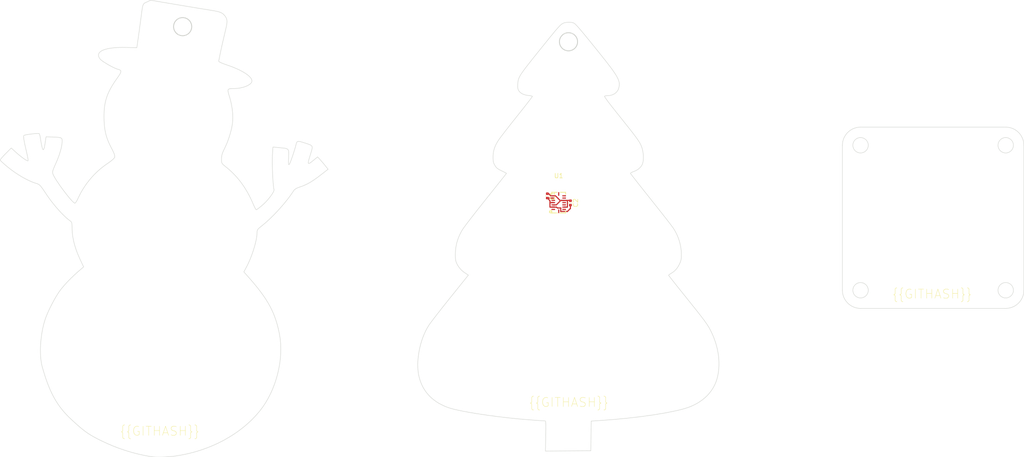
<source format=kicad_pcb>
(kicad_pcb (version 20221018) (generator pcbnew)
  (layers (0 "F.Cu" signal) (31 "B.Cu" signal) (34 "B.Paste" user) (35 "F.Paste" user) (36 "B.SilkS" user "B.Silkscreen") (37 "F.SilkS" user "F.Silkscreen") (38 "B.Mask" user) (39 "F.Mask" user) (44 "Edge.Cuts" user))
  (net 0 "")
  (net 1 "int1")
  (net 2 "sdo2")
  (net 3 "sdo1")
  (net 4 "int4")
  (net 5 "int3")
  (net 6 "vcc")
  (net 7 "sda")
  (net 8 "scl")
  (net 9 "gnd")
  (net 10 "csb2")
  (net 11 "int2")
  (footprint "lib:C0402" (layer "F.Cu") (at 161.652177 94.515624 -90)
    (fp_text reference "C2" (at 0 -1.16 90) (layer "F.SilkS"))
    (fp_text value "16V 100nF X7R ±10% 0402  Multilayer Ceramic Capacitors MLCC - SMD/SMT ROHS")
    (fp_line (start -0.107836 -0.36) (end 0.107836 -0.36) (stroke (width 0.12)) (layer "F.SilkS"))
    (fp_line (start -0.107836 0.36) (end 0.107836 0.36) (stroke (width 0.12)) (layer "F.SilkS"))
    (pad "1" smd roundrect (at -0.48 0 270) (size 0.56 0.62) (layers "F.Cu" "F.Paste" "F.Mask") (net 6 "vcc"))
    (pad "2" smd roundrect (at 0.48 0 270) (size 0.56 0.62) (layers "F.Cu" "F.Paste" "F.Mask") (net 9 "gnd"))
  )
  (footprint "lib:C0402" (layer "F.Cu") (at 156.563308 92.960233 -90)
    (fp_text reference "C1" (at 0 -1.16 90) (layer "F.SilkS"))
    (fp_text value "16V 100nF X7R ±10% 0402  Multilayer Ceramic Capacitors MLCC - SMD/SMT ROHS")
    (fp_line (start -0.107836 -0.36) (end 0.107836 -0.36) (stroke (width 0.12)) (layer "F.SilkS"))
    (fp_line (start -0.107836 0.36) (end 0.107836 0.36) (stroke (width 0.12)) (layer "F.SilkS"))
    (pad "1" smd roundrect (at -0.48 0 270) (size 0.56 0.62) (layers "F.Cu" "F.Paste" "F.Mask") (net 6 "vcc"))
    (pad "2" smd roundrect (at 0.48 0 270) (size 0.56 0.62) (layers "F.Cu" "F.Paste" "F.Mask") (net 9 "gnd"))
  )
  (footprint "lib:LGA-16_L4.5-W3.0-P0.50-BL" (layer "F.Cu") (at 159.07 94.445)
    (fp_text reference "U1" (at 0 -5.91) (layer "F.SilkS"))
    (fp_text value "")
    (fp_line (start -1.53 -2.28) (end -0.38 -2.28) (stroke (width 0.2)) (layer "F.SilkS"))
    (fp_line (start -1.53 -2.16) (end -1.53 -2.28) (stroke (width 0.2)) (layer "F.SilkS"))
    (fp_line (start -1.53 -1.83) (end -1.53 -2.16) (stroke (width 0.2)) (layer "F.SilkS"))
    (fp_line (start -1.53 2.29) (end -1.53 1.83) (stroke (width 0.2)) (layer "F.SilkS"))
    (fp_line (start -0.33 2.29) (end -1.53 2.29) (stroke (width 0.2)) (layer "F.SilkS"))
    (fp_line (start 0.38 -2.28) (end 1.52 -2.28) (stroke (width 0.2)) (layer "F.SilkS"))
    (fp_line (start 1.52 -2.28) (end 1.52 -1.83) (stroke (width 0.2)) (layer "F.SilkS"))
    (fp_line (start 1.52 1.83) (end 1.52 2.29) (stroke (width 0.2)) (layer "F.SilkS"))
    (fp_line (start 1.52 2.29) (end 0.33 2.29) (stroke (width 0.2)) (layer "F.SilkS"))
    (fp_circle (center -1.78 2.03) (end -1.67 2.03) (stroke (width 0.25)) (fill none) (layer "F.SilkS"))
    (pad "1" smd rect (at -1.2 1.5 90) (size 0.25 0.8) (layers "F.Cu" "F.Paste" "F.Mask") (net 11 "int2"))
    (pad "2" smd rect (at -1.2 1 90) (size 0.25 0.8) (layers "F.Cu" "F.Paste" "F.Mask") (net 9 "gnd"))
    (pad "3" smd rect (at -1.2 0.5 90) (size 0.25 0.8) (layers "F.Cu" "F.Paste" "F.Mask") (net 6 "vcc"))
    (pad "4" smd rect (at -1.2 0 90) (size 0.25 0.8) (layers "F.Cu" "F.Paste" "F.Mask") (net 9 "gnd"))
    (pad "5" smd rect (at -1.2 -0.5 90) (size 0.25 0.8) (layers "F.Cu" "F.Paste" "F.Mask") (net 10 "csb2"))
    (pad "6" smd rect (at -1.2 -1 90) (size 0.25 0.8) (layers "F.Cu" "F.Paste" "F.Mask") (net 9 "gnd"))
    (pad "7" smd rect (at -1.2 -1.5 90) (size 0.25 0.8) (layers "F.Cu" "F.Paste" "F.Mask") (net 6 "vcc"))
    (pad "8" smd rect (at 0 -1.91 180) (size 0.25 0.8) (layers "F.Cu" "F.Paste" "F.Mask") (net 8 "scl"))
    (pad "9" smd rect (at 1.2 -1.5 270) (size 0.25 0.8) (layers "F.Cu" "F.Paste" "F.Mask") (net 7 "sda"))
    (pad "10" smd rect (at 1.2 -1 270) (size 0.25 0.8) (layers "F.Cu" "F.Paste" "F.Mask") (net 2 "sdo2"))
    (pad "11" smd rect (at 1.2 -0.5 270) (size 0.25 0.8) (layers "F.Cu" "F.Paste" "F.Mask") (net 6 "vcc"))
    (pad "12" smd rect (at 1.2 0 270) (size 0.25 0.8) (layers "F.Cu" "F.Paste" "F.Mask") (net 5 "int3"))
    (pad "13" smd rect (at 1.2 0.5 270) (size 0.25 0.8) (layers "F.Cu" "F.Paste" "F.Mask") (net 4 "int4"))
    (pad "14" smd rect (at 1.2 1 270) (size 0.25 0.8) (layers "F.Cu" "F.Paste" "F.Mask") (net 6 "vcc"))
    (pad "15" smd rect (at 1.2 1.5 270) (size 0.25 0.8) (layers "F.Cu" "F.Paste" "F.Mask") (net 3 "sdo1"))
    (pad "16" smd rect (at 0 1.91) (size 0.25 0.8) (layers "F.Cu" "F.Paste" "F.Mask") (net 1 "int1"))
  )
  (gr_circle (center 225.62 81.79) (end 227.32 81.79) (stroke (width 0.1)) (fill none) (layer "Edge.Cuts"))
  (gr_circle (center 257.62 113.79) (end 259.32 113.79) (stroke (width 0.1)) (fill none) (layer "Edge.Cuts"))
  (gr_circle (center 257.62 81.79) (end 259.32 81.79) (stroke (width 0.1)) (fill none) (layer "Edge.Cuts"))
  (gr_poly (pts (xy 75.142222 50.797022) (xy 79.756606 51.568267) (xy 82.366969 51.99203) (xy 83.019066 52.095762) (xy 83.303876 52.146979) (xy 83.563537 52.198618) (xy 83.799806 52.251323) (xy 84.01444 52.305736) (xy 84.209196 52.362498) (xy 84.385831 52.422252) (xy 84.546102 52.485641) (xy 84.691766 52.553306) (xy 84.824581 52.62589) (xy 84.946303 52.704035) (xy 85.05869 52.788383) (xy 85.163499 52.879577) (xy 85.262486 52.978258) (xy 85.357409 53.08507) (xy 85.479286 53.234958) (xy 85.586233 53.378736) (xy 85.634185 53.44915) (xy 85.678498 53.519015) (xy 85.719202 53.588656) (xy 85.75633 53.658402) (xy 85.789911 53.728576) (xy 85.819976 53.799506) (xy 85.846558 53.871517) (xy 85.869686 53.944936) (xy 85.889392 54.020089) (xy 85.905707 54.097301) (xy 85.918662 54.176899) (xy 85.928287 54.259209) (xy 85.934615 54.344557) (xy 85.937675 54.433269) (xy 85.937499 54.525672) (xy 85.934119 54.62209) (xy 85.927564 54.722851) (xy 85.917866 54.82828) (xy 85.889166 55.054449) (xy 85.848266 55.303204) (xy 85.795414 55.577155) (xy 85.730859 55.878909) (xy 85.654849 56.211077) (xy 84.878546 59.55341) (xy 84.657875 60.550977) (xy 84.450892 61.532488) (xy 84.331406 62.116419) (xy 84.229648 62.629765) (xy 84.15639 63.017063) (xy 84.122409 63.222849) (xy 84.123062 63.236814) (xy 84.127967 63.251873) (xy 84.137065 63.268001) (xy 84.150302 63.285171) (xy 84.167619 63.303357) (xy 84.188962 63.322534) (xy 84.214273 63.342674) (xy 84.243497 63.363751) (xy 84.313454 63.408613) (xy 84.398381 63.456909) (xy 84.497828 63.50843) (xy 84.611342 63.562966) (xy 84.738473 63.620306) (xy 84.878767 63.680241) (xy 85.031775 63.742561) (xy 85.197043 63.807056) (xy 85.374121 63.873515) (xy 85.562558 63.94173) (xy 85.7619 64.011489) (xy 85.971698 64.082583) (xy 86.585981 64.296029) (xy 87.172975 64.516947) (xy 87.730729 64.744054) (xy 88.257293 64.976069) (xy 88.75072 65.211708) (xy 89.209058 65.449689) (xy 89.63036 65.68873) (xy 90.012676 65.927548) (xy 90.354056 66.16486) (xy 90.652552 66.399385) (xy 90.906214 66.629839) (xy 91.113092 66.85494) (xy 91.271238 67.073405) (xy 91.378702 67.283953) (xy 91.412819 67.385857) (xy 91.433535 67.485301) (xy 91.440605 67.582123) (xy 91.433787 67.676165) (xy 91.41712 67.753004) (xy 91.390362 67.829368) (xy 91.35383 67.905131) (xy 91.307839 67.980165) (xy 91.252707 68.054343) (xy 91.188749 68.12754) (xy 91.116281 68.199626) (xy 91.03562 68.270477) (xy 90.947082 68.339964) (xy 90.850984 68.407961) (xy 90.747641 68.47434) (xy 90.637371 68.538975) (xy 90.520488 68.601739) (xy 90.39731 68.662505) (xy 90.268153 68.721145) (xy 90.133332 68.777534) (xy 89.993165 68.831543) (xy 89.847967 68.883047) (xy 89.543745 68.978027) (xy 89.223197 69.06146) (xy 88.888852 69.132329) (xy 88.54324 69.189618) (xy 88.188892 69.232313) (xy 88.009232 69.24787) (xy 87.828337 69.259397) (xy 87.646523 69.266767) (xy 87.464106 69.269854) (xy 87.202959 69.272042) (xy 86.97453 69.277492) (xy 86.777472 69.288473) (xy 86.690288 69.296746) (xy 86.610443 69.307253) (xy 86.537768 69.320276) (xy 86.472096 69.3361) (xy 86.413258 69.355009) (xy 86.361087 69.377285) (xy 86.315414 69.403211) (xy 86.276071 69.433073) (xy 86.24289 69.467154) (xy 86.215703 69.505736) (xy 86.194342 69.549103) (xy 86.178638 69.59754) (xy 86.168424 69.65133) (xy 86.163532 69.710755) (xy 86.163793 69.776101) (xy 86.169039 69.847649) (xy 86.179102 69.925685) (xy 86.193814 70.010491) (xy 86.236514 70.20155) (xy 86.295792 70.423093) (xy 86.370304 70.677389) (xy 86.458705 70.966708) (xy 86.582128 71.384478) (xy 86.694998 71.803093) (xy 86.797211 72.221567) (xy 86.888665 72.638919) (xy 86.969257 73.054166) (xy 87.038885 73.466323) (xy 87.097447 73.874409) (xy 87.144838 74.277439) (xy 87.180958 74.674432) (xy 87.205702 75.064404) (xy 87.21897 75.446371) (xy 87.220657 75.819352) (xy 87.210662 76.182361) (xy 87.188881 76.534418) (xy 87.155212 76.874538) (xy 87.109553 77.201739) (xy 86.986123 77.871628) (xy 86.830027 78.558912) (xy 86.643845 79.255662) (xy 86.430157 79.953949) (xy 86.19154 80.645848) (xy 85.930575 81.323429) (xy 85.649841 81.978766) (xy 85.351916 82.60393) (xy 85.189192 82.938586) (xy 85.118752 83.093315) (xy 85.055229 83.240939) (xy 84.998352 83.382431) (xy 84.947849 83.518761) (xy 84.903447 83.650903) (xy 84.864875 83.779828) (xy 84.831859 83.906506) (xy 84.804129 84.031911) (xy 84.781412 84.157013) (xy 84.763435 84.282785) (xy 84.749927 84.410197) (xy 84.740615 84.540223) (xy 84.735228 84.673833) (xy 84.733493 84.811999) (xy 84.736223 85.129082) (xy 84.741369 85.261496) (xy 84.750575 85.379459) (xy 84.764997 85.485194) (xy 84.774524 85.534172) (xy 84.785789 85.580928) (xy 84.798934 85.625739) (xy 84.814106 85.668884) (xy 84.831447 85.710641) (xy 84.851104 85.751288) (xy 84.873219 85.791103) (xy 84.897937 85.830364) (xy 84.925403 85.869349) (xy 84.955761 85.908337) (xy 84.989155 85.947605) (xy 85.02573 85.987432) (xy 85.109 86.069873) (xy 85.206725 86.157886) (xy 85.320061 86.253696) (xy 85.598185 86.477602) (xy 86.096863 86.886277) (xy 86.577755 87.306529) (xy 87.04138 87.739064) (xy 87.488258 88.184586) (xy 87.918909 88.6438) (xy 88.333852 89.117412) (xy 88.733607 89.606125) (xy 89.118694 90.110646) (xy 89.489632 90.631678) (xy 89.846941 91.169927) (xy 90.19114 91.726098) (xy 90.52275 92.300895) (xy 90.84229 92.895024) (xy 91.150279 93.509189) (xy 91.447237 94.144095) (xy 91.733683 94.800448) (xy 91.84059 95.047283) (xy 91.945802 95.277558) (xy 92.046625 95.486234) (xy 92.140364 95.668271) (xy 92.224324 95.818627) (xy 92.295813 95.932265) (xy 92.326039 95.973739) (xy 92.352136 96.004143) (xy 92.373767 96.022848) (xy 92.382804 96.027616) (xy 92.390597 96.029223) (xy 92.399173 96.028006) (xy 92.410522 96.024397) (xy 92.441219 96.010237) (xy 92.482045 95.987221) (xy 92.53236 95.955824) (xy 92.591521 95.916524) (xy 92.658887 95.869798) (xy 92.815666 95.755976) (xy 92.997564 95.618173) (xy 93.199447 95.460204) (xy 93.416182 95.285885) (xy 93.642634 95.099032) (xy 93.891007 94.882848) (xy 94.141366 94.648628) (xy 94.390948 94.400061) (xy 94.636991 94.140836) (xy 94.87673 93.874641) (xy 95.107403 93.605164) (xy 95.326247 93.336095) (xy 95.530498 93.071122) (xy 95.717394 92.813933) (xy 95.884171 92.568218) (xy 96.028066 92.337665) (xy 96.146316 92.125962) (xy 96.236159 91.936798) (xy 96.294829 91.773863) (xy 96.311612 91.703383) (xy 96.319566 91.640844) (xy 96.318345 91.586706) (xy 96.307605 91.54143) (xy 96.264441 91.378418) (xy 96.221593 91.121805) (xy 96.138989 90.373142) (xy 96.064068 89.386161) (xy 96.001109 88.251583) (xy 95.954389 87.060129) (xy 95.928186 85.902519) (xy 95.926777 84.869474) (xy 95.95444 84.051714) (xy 96.07471 82.177477) (xy 97.36716 82.304781) (xy 98.13507 82.379263) (xy 98.441266 82.413109) (xy 98.700599 82.449744) (xy 98.916803 82.492956) (xy 99.009898 82.518212) (xy 99.09361 82.546534) (xy 99.168406 82.578395) (xy 99.234753 82.614268) (xy 99.293117 82.654627) (xy 99.343964 82.699946) (xy 99.387763 82.750698) (xy 99.424978 82.807357) (xy 99.456076 82.870396) (xy 99.481525 82.94029) (xy 99.501791 83.017511) (xy 99.51734 83.102533) (xy 99.536155 83.297877) (xy 99.541702 83.530109) (xy 99.537716 83.803018) (xy 99.51607 84.486025) (xy 99.501811 85.019341) (xy 99.495778 85.429631) (xy 99.49953 85.727933) (xy 99.505563 85.838537) (xy 99.514626 85.925284) (xy 99.526915 85.989553) (xy 99.542625 86.032723) (xy 99.551823 86.046828) (xy 99.56195 86.056175) (xy 99.573029 86.060938) (xy 99.585085 86.061289) (xy 99.612224 86.049443) (xy 99.643564 86.022019) (xy 99.679299 85.980395) (xy 99.719623 85.925951) (xy 99.770963 85.835961) (xy 99.83738 85.6921) (xy 100.00736 85.267042) (xy 100.213404 84.699332) (xy 100.439353 84.037526) (xy 100.669049 83.330178) (xy 100.886332 82.625845) (xy 101.075044 81.973082) (xy 101.219027 81.420443) (xy 101.232451 81.367288) (xy 101.246658 81.317349) (xy 101.261814 81.270604) (xy 101.278084 81.227032) (xy 101.295634 81.186611) (xy 101.314631 81.149321) (xy 101.33524 81.115138) (xy 101.357628 81.084043) (xy 101.381959 81.056013) (xy 101.4084 81.031027) (xy 101.437117 81.009064) (xy 101.468275 80.990102) (xy 101.502041 80.974119) (xy 101.538581 80.961095) (xy 101.578059 80.951007) (xy 101.620643 80.943835) (xy 101.666497 80.939556) (xy 101.715788 80.938149) (xy 101.768682 80.939594) (xy 101.825345 80.943867) (xy 101.885942 80.950949) (xy 101.950639 80.960817) (xy 102.019603 80.97345) (xy 102.092998 80.988826) (xy 102.170992 81.006924) (xy 102.253749 81.027723) (xy 102.434219 81.077337) (xy 102.635734 81.137495) (xy 102.859622 81.208025) (xy 103.581471 81.438726) (xy 103.868146 81.535185) (xy 104.108644 81.625316) (xy 104.212356 81.669476) (xy 104.305459 81.713816) (xy 104.388264 81.758923) (xy 104.461082 81.805384) (xy 104.524226 81.853787) (xy 104.578006 81.904719) (xy 104.622735 81.958768) (xy 104.658725 82.01652) (xy 104.686285 82.078563) (xy 104.705729 82.145484) (xy 104.717368 82.217871) (xy 104.721513 82.296311) (xy 104.718476 82.381392) (xy 104.708568 82.4737) (xy 104.692102 82.573823) (xy 104.669388 82.682348) (xy 104.606464 82.926954) (xy 104.522289 83.212218) (xy 104.300158 83.92351) (xy 104.076968 84.658354) (xy 103.993442 84.95378) (xy 103.929762 85.203046) (xy 103.886777 85.407528) (xy 103.865337 85.568604) (xy 103.862962 85.633296) (xy 103.866292 85.687652) (xy 103.875434 85.731846) (xy 103.890492 85.766049) (xy 103.911574 85.790433) (xy 103.938786 85.805172) (xy 103.972234 85.810436) (xy 104.012025 85.806398) (xy 104.058263 85.79323) (xy 104.111056 85.771105) (xy 104.236732 85.700671) (xy 104.3899 85.596472) (xy 104.571411 85.459887) (xy 105.02286 85.095065) (xy 105.918216 84.355181) (xy 106.388476 84.86751) (xy 106.496975 84.987739) (xy 106.625318 85.133369) (xy 106.92254 85.478508) (xy 107.242155 85.858286) (xy 107.546176 86.22806) (xy 108.2336 87.076296) (xy 106.72333 88.254687) (xy 106.031007 88.783192) (xy 105.392025 89.245391) (xy 105.089314 89.453516) (xy 104.796071 89.647331) (xy 104.511007 89.827593) (xy 104.232833 89.995056) (xy 103.960259 90.150478) (xy 103.691998 90.294613) (xy 103.426759 90.428217) (xy 103.163254 90.552046) (xy 102.900193 90.666855) (xy 102.636288 90.773401) (xy 102.370249 90.872439) (xy 102.100787 90.964724) (xy 101.955978 91.013649) (xy 101.818902 91.062832) (xy 101.689432 91.112348) (xy 101.567439 91.162273) (xy 101.452795 91.212683) (xy 101.345371 91.263651) (xy 101.245039 91.315254) (xy 101.151671 91.367567) (xy 101.065138 91.420665) (xy 100.985313 91.474624) (xy 100.912065 91.529517) (xy 100.845269 91.585421) (xy 100.784794 91.642412) (xy 100.730512 91.700563) (xy 100.682296 91.759951) (xy 100.640017 91.82065) (xy 100.313962 92.312951) (xy 99.958065 92.82026) (xy 99.575318 93.339289) (xy 99.168711 93.866747) (xy 98.741234 94.399346) (xy 98.295878 94.933795) (xy 97.835635 95.466804) (xy 97.363494 95.995083) (xy 96.882446 96.515343) (xy 96.395482 97.024295) (xy 95.905593 97.518647) (xy 95.415769 97.995111) (xy 94.929002 98.450396) (xy 94.44828 98.881213) (xy 93.976596 99.284272) (xy 93.51694 99.656283) (xy 93.364132 99.777198) (xy 93.228349 99.887118) (xy 93.108601 99.987555) (xy 93.003899 100.080022) (xy 92.913256 100.166032) (xy 92.835682 100.247098) (xy 92.770188 100.324733) (xy 92.741662 100.362737) (xy 92.715786 100.40045) (xy 92.692435 100.438062) (xy 92.671487 100.475762) (xy 92.652817 100.513738) (xy 92.636302 100.552181) (xy 92.621819 100.591279) (xy 92.609244 100.631221) (xy 92.589322 100.714395) (xy 92.575548 100.803215) (xy 92.566934 100.899195) (xy 92.56249 101.003847) (xy 92.561229 101.118685) (xy 92.548214 101.459191) (xy 92.510172 101.840399) (xy 92.448603 102.257479) (xy 92.365007 102.705605) (xy 92.260885 103.179948) (xy 92.137739 103.675679) (xy 91.997068 104.187971) (xy 91.840373 104.711996) (xy 91.669155 105.242926) (xy 91.484915 105.775933) (xy 91.289154 106.306188) (xy 91.083372 106.828864) (xy 90.86907 107.339132) (xy 90.647749 107.832164) (xy 90.420909 108.303133) (xy 90.190051 108.74721) (xy 89.658061 109.729433) (xy 90.799319 111.025652) (xy 91.552256 111.894452) (xy 92.247519 112.726345) (xy 92.887901 113.52649) (xy 93.476195 114.300047) (xy 94.015193 115.052178) (xy 94.507688 115.788042) (xy 94.956473 116.5128) (xy 95.364341 117.231612) (xy 95.734083 117.949638) (xy 96.068493 118.672038) (xy 96.370364 119.403974) (xy 96.642488 120.150605) (xy 96.887657 120.917091) (xy 97.108665 121.708593) (xy 97.308304 122.530271) (xy 97.489367 123.387286) (xy 97.659586 124.435519) (xy 97.764545 125.512723) (xy 97.805707 126.613102) (xy 97.784533 127.73086) (xy 97.702485 128.860202) (xy 97.561026 129.995332) (xy 97.361618 131.130454) (xy 97.105722 132.259774) (xy 96.794801 133.377494) (xy 96.430316 134.47782) (xy 96.01373 135.554956) (xy 95.546505 136.603107) (xy 95.030102 137.616476) (xy 94.465984 138.589268) (xy 93.855613 139.515689) (xy 93.20045 140.389941) (xy 92.386005 141.350273) (xy 91.510226 142.273552) (xy 90.576227 143.158109) (xy 89.587122 144.002278) (xy 88.546024 144.80439) (xy 87.456048 145.562779) (xy 86.320308 146.275777) (xy 85.141916 146.941716) (xy 83.923988 147.558929) (xy 82.669636 148.125749) (xy 81.381976 148.640508) (xy 80.06412 149.101539) (xy 78.719182 149.507174) (xy 77.350277 149.855747) (xy 75.960518 150.145589) (xy 74.553019 150.375033) (xy 73.862872 150.459306) (xy 73.131633 150.525975) (xy 72.383923 150.574372) (xy 71.644361 150.603827) (xy 70.93757 150.613671) (xy 70.288169 150.603235) (xy 69.720779 150.57185) (xy 69.475532 150.548093) (xy 69.26002 150.518847) (xy 69.260051 150.518832) (xy 67.831835 150.262486) (xy 66.416949 149.953785) (xy 65.016193 149.592984) (xy 63.630368 149.180338) (xy 62.260274 148.716103) (xy 60.90671 148.200532) (xy 59.570477 147.633881) (xy 58.252375 147.016405) (xy 57.283074 146.528505) (xy 56.847829 146.298277) (xy 56.438641 146.072324) (xy 56.050351 145.846994) (xy 55.6778 145.618633) (xy 55.315827 145.383588) (xy 54.959273 145.138205) (xy 54.602979 144.87883) (xy 54.241783 144.601811) (xy 53.870528 144.303492) (xy 53.484054 143.980222) (xy 52.644807 143.244211) (xy 51.682765 142.36455) (xy 51.097036 141.804159) (xy 50.54538 141.238954) (xy 50.025658 140.665073) (xy 49.535731 140.078649) (xy 49.07346 139.475819) (xy 48.636705 138.852719) (xy 48.223328 138.205483) (xy 47.831189 137.530249) (xy 47.458149 136.823151) (xy 47.10207 136.080325) (xy 46.760812 135.297907) (xy 46.432236 134.472032) (xy 46.114202 133.598836) (xy 45.804573 132.674455) (xy 45.501208 131.695024) (xy 45.201968 130.656679) (xy 45.078569 130.147371) (xy 44.978794 129.594224) (xy 44.90231 129.00242) (xy 44.848785 128.377144) (xy 44.817886 127.723579) (xy 44.809281 127.046907) (xy 44.822637 126.352311) (xy 44.857621 125.644974) (xy 44.913901 124.93008) (xy 44.991145 124.212811) (xy 45.089019 123.498351) (xy 45.207191 122.791883) (xy 45.345328 122.098589) (xy 45.503099 121.423652) (xy 45.68017 120.772256) (xy 45.876208 120.149584) (xy 46.005143 119.787909) (xy 46.154924 119.401263) (xy 46.508073 118.570286) (xy 46.917749 117.69111) (xy 47.366047 116.79819) (xy 47.83506 115.92598) (xy 48.306883 115.108937) (xy 48.76361 114.381515) (xy 48.980717 114.062179) (xy 49.187335 113.77817) (xy 49.387433 113.519297) (xy 49.599256 113.255538) (xy 50.056372 112.715109) (xy 50.555279 112.160374) (xy 51.092575 111.594824) (xy 51.664855 111.021952) (xy 52.268718 110.445248) (xy 52.900758 109.868205) (xy 53.557574 109.294314) (xy 54.329783 108.634142) (xy 53.616031 107.110232) (xy 53.390001 106.6154) (xy 53.179365 106.128819) (xy 52.984012 105.650049) (xy 52.803829 105.178652) (xy 52.638704 104.71419) (xy 52.488525 104.256224) (xy 52.353181 103.804315) (xy 52.232559 103.358025) (xy 52.126547 102.916915) (xy 52.035034 102.480548) (xy 51.957906 102.048484) (xy 51.895053 101.620284) (xy 51.846363 101.195511) (xy 51.811722 100.773726) (xy 51.79102 100.35449) (xy 51.784144 99.937365) (xy 51.780657 99.620612) (xy 51.776007 99.482669) (xy 51.769161 99.357285) (xy 51.759927 99.243666) (xy 51.748111 99.141014) (xy 51.733519 99.048534) (xy 51.715958 98.96543) (xy 51.695233 98.890904) (xy 51.671153 98.824161) (xy 51.643523 98.764406) (xy 51.612149 98.71084) (xy 51.576839 98.662669) (xy 51.537399 98.619096) (xy 51.493635 98.579325) (xy 51.445353 98.542559) (xy 51.149902 98.324092) (xy 50.839064 98.073347) (xy 50.514896 97.792628) (xy 50.179453 97.484238) (xy 49.834791 97.150482) (xy 49.482966 96.793665) (xy 49.126033 96.41609) (xy 48.766047 96.020062) (xy 48.405065 95.607885) (xy 48.045142 95.181864) (xy 47.688333 94.744302) (xy 47.336694 94.297504) (xy 46.992281 93.843774) (xy 46.657149 93.385417) (xy 46.333354 92.924737) (xy 46.022952 92.464037) (xy 45.611719 91.844971) (xy 45.279782 91.362091) (xy 45.137757 91.165551) (xy 45.008606 90.995655) (xy 44.89001 90.849933) (xy 44.779654 90.725918) (xy 44.675221 90.621143) (xy 44.574392 90.533138) (xy 44.474852 90.459437) (xy 44.374284 90.397571) (xy 44.27037 90.345073) (xy 44.160793 90.299474) (xy 44.043237 90.258307) (xy 43.915385 90.219103) (xy 43.593888 90.117525) (xy 43.255864 89.996009) (xy 42.903268 89.855657) (xy 42.538058 89.697573) (xy 42.162189 89.522858) (xy 41.777618 89.332616) (xy 41.386301 89.127951) (xy 40.990194 88.909964) (xy 40.591254 88.679759) (xy 40.191438 88.438438) (xy 39.792701 88.187105) (xy 39.396999 87.926862) (xy 39.00629 87.658812) (xy 38.622529 87.384058) (xy 38.247673 87.103703) (xy 37.883677 86.81885) (xy 37.49456 86.502783) (xy 37.131548 86.199554) (xy 36.802586 85.916398) (xy 36.515619 85.660548) (xy 36.278593 85.439239) (xy 36.099452 85.259705) (xy 36.034071 85.187865) (xy 35.986141 85.129182) (xy 35.956654 85.08456) (xy 35.946605 85.054903) (xy 35.948192 85.042433) (xy 35.952903 85.026953) (xy 35.971384 84.987332) (xy 36.001425 84.936776) (xy 36.042403 84.876021) (xy 36.093695 84.805804) (xy 36.154681 84.726859) (xy 36.224736 84.639924) (xy 36.303239 84.545735) (xy 36.389567 84.445026) (xy 36.483097 84.338536) (xy 36.689276 84.11115) (xy 36.916796 83.869466) (xy 37.037003 83.745102) (xy 37.160678 83.619372) (xy 38.374759 82.395922) (xy 39.365809 83.301684) (xy 39.814301 83.698656) (xy 40.266196 84.075272) (xy 40.704205 84.419302) (xy 41.111041 84.718514) (xy 41.469414 84.960676) (xy 41.625024 85.056541) (xy 41.762035 85.133557) (xy 41.878286 85.190195) (xy 41.971615 85.224926) (xy 42.039863 85.236222) (xy 42.063905 85.232603) (xy 42.080867 85.222552) (xy 42.085566 85.215268) (xy 42.089233 85.203934) (xy 42.093537 85.169549) (xy 42.093921 85.120268) (xy 42.090523 85.056964) (xy 42.083485 84.98051) (xy 42.072948 84.891778) (xy 42.059051 84.79164) (xy 42.041937 84.68097) (xy 41.998614 84.43152) (xy 41.944105 84.150408) (xy 41.879534 83.844615) (xy 41.806025 83.52112) (xy 41.578977 82.541169) (xy 41.399614 81.732306) (xy 41.265507 81.079136) (xy 41.174225 80.56626) (xy 41.123338 80.17828) (xy 41.112283 80.026315) (xy 41.110416 79.899799) (xy 41.117432 79.796809) (xy 41.133029 79.71542) (xy 41.156901 79.653706) (xy 41.188746 79.609743) (xy 41.213078 79.592846) (xy 41.252556 79.575085) (xy 41.372962 79.537437) (xy 41.541984 79.497733) (xy 41.751641 79.456905) (xy 42.26094 79.37561) (xy 42.837013 79.301016) (xy 43.416018 79.240586) (xy 43.934111 79.201782) (xy 44.150364 79.192822) (xy 44.327447 79.192067) (xy 44.45738 79.20045) (xy 44.532183 79.218905) (xy 44.538527 79.223215) (xy 44.545097 79.229471) (xy 44.551878 79.23762) (xy 44.558855 79.247608) (xy 44.573336 79.272888) (xy 44.588416 79.304879) (xy 44.603974 79.343154) (xy 44.619887 79.387282) (xy 44.636031 79.436835) (xy 44.652284 79.491383) (xy 44.668525 79.550496) (xy 44.684629 79.613746) (xy 44.700475 79.680703) (xy 44.715939 79.750937) (xy 44.7309 79.82402) (xy 44.745234 79.899521) (xy 44.75882 79.977012) (xy 44.771533 80.056063) (xy 44.946351 81.130774) (xy 45.025944 81.564983) (xy 45.101061 81.931234) (xy 45.172253 82.230134) (xy 45.24007 82.462288) (xy 45.305063 82.628302) (xy 45.336673 82.686696) (xy 45.367783 82.728781) (xy 45.398463 82.754634) (xy 45.428781 82.764331) (xy 45.458807 82.757947) (xy 45.488608 82.735557) (xy 45.518254 82.697238) (xy 45.547814 82.643066) (xy 45.606951 82.487462) (xy 45.666568 82.269351) (xy 45.727218 81.98934) (xy 45.78945 81.648032) (xy 45.853816 81.246035) (xy 46.055377 79.918581) (xy 47.417926 79.96628) (xy 48.109143 79.993687) (xy 48.392021 80.009194) (xy 48.636741 80.027435) (xy 48.846051 80.049559) (xy 49.022696 80.076715) (xy 49.169424 80.110051) (xy 49.288982 80.150717) (xy 49.339431 80.174158) (xy 49.384117 80.199861) (xy 49.423385 80.227972) (xy 49.457577 80.258632) (xy 49.487036 80.291987) (xy 49.512107 80.32818) (xy 49.533132 80.367353) (xy 49.550455 80.409652) (xy 49.575367 80.504197) (xy 49.589592 80.612965) (xy 49.595876 80.737105) (xy 49.596965 80.877764) (xy 49.590289 81.099803) (xy 49.571905 81.336737) (xy 49.542029 81.587807) (xy 49.500879 81.852253) (xy 49.448672 82.129318) (xy 49.385623 82.418243) (xy 49.311951 82.718269) (xy 49.227873 83.028637) (xy 49.133604 83.34859) (xy 49.029362 83.677367) (xy 48.915364 84.014212) (xy 48.791827 84.358364) (xy 48.658967 84.709065) (xy 48.517002 85.065558) (xy 48.366148 85.427082) (xy 48.206622 85.792879) (xy 47.949769 86.374791) (xy 47.755997 86.832451) (xy 47.68104 87.021721) (xy 47.619784 87.188367) (xy 47.571537 87.335205) (xy 47.535609 87.465048) (xy 47.511311 87.580709) (xy 47.497952 87.685002) (xy 47.494842 87.78074) (xy 47.501291 87.870737) (xy 47.516609 87.957807) (xy 47.540106 88.044763) (xy 47.571091 88.134418) (xy 47.608874 88.229586) (xy 47.761079 88.551834) (xy 47.975096 88.939463) (xy 48.241913 89.380584) (xy 48.55252 89.863307) (xy 49.269066 90.905997) (xy 50.052651 91.972411) (xy 50.831193 92.967426) (xy 51.196047 93.408433) (xy 51.532609 93.795921) (xy 51.831869 94.117998) (xy 52.084818 94.362774) (xy 52.282443 94.518359) (xy 52.357694 94.558989) (xy 52.415736 94.572863) (xy 52.426811 94.571375) (xy 52.439084 94.56696) (xy 52.452509 94.559691) (xy 52.467041 94.549641) (xy 52.482633 94.536883) (xy 52.499239 94.521489) (xy 52.516813 94.503532) (xy 52.535309 94.483086) (xy 52.574881 94.435018) (xy 52.617586 94.377866) (xy 52.663055 94.312214) (xy 52.710918 94.238646) (xy 52.760808 94.157745) (xy 52.812354 94.070093) (xy 52.865187 93.976276) (xy 52.918939 93.876875) (xy 52.97324 93.772474) (xy 53.02772 93.663657) (xy 53.082012 93.551007) (xy 53.135745 93.435107) (xy 53.405424 92.869327) (xy 53.69623 92.311615) (xy 54.007442 91.76282) (xy 54.338342 91.223792) (xy 54.688208 90.695381) (xy 55.05632 90.178436) (xy 55.441958 89.673808) (xy 55.844402 89.182347) (xy 56.262932 88.704901) (xy 56.696828 88.242322) (xy 57.145369 87.795459) (xy 57.607836 87.365163) (xy 58.083508 86.952281) (xy 58.571665 86.557666) (xy 59.071586 86.182166) (xy 59.582553 85.826632) (xy 59.914962 85.598282) (xy 60.214172 85.3804) (xy 60.477869 85.17504) (xy 60.595674 85.077698) (xy 60.703732 84.984257) (xy 60.801753 84.894974) (xy 60.889447 84.810106) (xy 60.966524 84.72991) (xy 61.032694 84.654642) (xy 61.087669 84.584559) (xy 61.131158 84.519919) (xy 61.162872 84.460977) (xy 61.182521 84.407992) (xy 61.189444 84.378526) (xy 61.194656 84.347449) (xy 61.198136 84.314702) (xy 61.199864 84.280227) (xy 61.197977 84.205863) (xy 61.188829 84.123892) (xy 61.172254 84.033852) (xy 61.148084 83.935279) (xy 61.116154 83.82771) (xy 61.076297 83.71068) (xy 61.028345 83.583727) (xy 60.972134 83.446388) (xy 60.907495 83.298197) (xy 60.834263 83.138693) (xy 60.75227 82.967412) (xy 60.661351 82.783889) (xy 60.561339 82.587662) (xy 60.452067 82.378268) (xy 60.237971 81.961359) (xy 60.041673 81.555601) (xy 59.862568 81.158484) (xy 59.700049 80.767498) (xy 59.553508 80.380135) (xy 59.422339 79.993885) (xy 59.305935 79.60624) (xy 59.203689 79.21469) (xy 59.114995 78.816725) (xy 59.039245 78.409838) (xy 58.975833 77.991518) (xy 58.924151 77.559256) (xy 58.883594 77.110544) (xy 58.853553 76.642872) (xy 58.833423 76.153731) (xy 58.822596 75.640612) (xy 58.82378 75.019765) (xy 58.843433 74.425285) (xy 58.882591 73.854032) (xy 58.942291 73.302869) (xy 59.023569 72.768658) (xy 59.127459 72.248262) (xy 59.255 71.738542) (xy 59.407225 71.236361) (xy 59.585172 70.73858) (xy 59.789877 70.242062) (xy 60.022374 69.743669) (xy 60.283701 69.240263) (xy 60.574893 68.728705) (xy 60.896986 68.205859) (xy 61.251015 67.668586) (xy 61.638018 67.113749) (xy 61.84244 66.825076) (xy 62.020375 66.566593) (xy 62.17201 66.336298) (xy 62.29753 66.132187) (xy 62.397121 65.95226) (xy 62.470968 65.794512) (xy 62.498296 65.72333) (xy 62.519258 65.656942) (xy 62.533877 65.595098) (xy 62.542176 65.537547) (xy 62.544179 65.484039) (xy 62.539908 65.434323) (xy 62.529387 65.388151) (xy 62.512639 65.34527) (xy 62.489688 65.305431) (xy 62.460556 65.268384) (xy 62.425267 65.233878) (xy 62.383844 65.201662) (xy 62.33631 65.171487) (xy 62.282689 65.143103) (xy 62.157276 65.090703) (xy 62.007792 65.042459) (xy 61.834422 64.996371) (xy 61.657986 64.943069) (xy 61.445562 64.862593) (xy 61.203024 64.758325) (xy 60.93625 64.633653) (xy 60.353499 64.336631) (xy 59.744319 63.998608) (xy 59.155721 63.646664) (xy 58.634716 63.307879) (xy 58.414252 63.151884) (xy 58.228316 63.009334) (xy 58.082783 62.883614) (xy 57.983531 62.778109) (xy 57.869943 62.622242) (xy 57.777351 62.470362) (xy 57.705558 62.322559) (xy 57.654369 62.178917) (xy 57.623588 62.039526) (xy 57.613018 61.904471) (xy 57.622463 61.773839) (xy 57.651728 61.647718) (xy 57.700616 61.526195) (xy 57.768931 61.409356) (xy 57.856477 61.297289) (xy 57.963058 61.190081) (xy 58.088479 61.087819) (xy 58.232542 60.99059) (xy 58.395052 60.89848) (xy 58.575812 60.811578) (xy 58.774627 60.72997) (xy 58.991301 60.653743) (xy 59.225638 60.582984) (xy 59.477441 60.51778) (xy 59.746514 60.458218) (xy 60.032661 60.404385) (xy 60.335687 60.356369) (xy 60.655395 60.314256) (xy 60.991589 60.278134) (xy 61.344073 60.248089) (xy 61.712651 60.224208) (xy 62.097127 60.20658) (xy 62.497305 60.195289) (xy 62.912988 60.190424) (xy 63.343981 60.192072) (xy 63.790088 60.20032) (xy 66.056857 60.258219) (xy 66.273486 58.80189) (xy 66.542465 56.891029) (xy 66.884944 54.341891) (xy 67.190183 52.053843) (xy 67.248082 51.679802) (xy 67.303557 51.37005) (xy 67.359078 51.117137) (xy 67.417116 50.913616) (xy 67.48014 50.752035) (xy 67.55062 50.624945) (xy 67.631027 50.524898) (xy 67.72383 50.444442) (xy 67.831501 50.37613) (xy 67.956508 50.312512) (xy 68.268412 50.169558) (xy 69.100734 49.778315)) (stroke (width 0.1)) (fill none) (layer "Edge.Cuts"))
  (gr_arc (start 261.62 113.79) (mid 260.448427 116.618427) (end 257.62 117.79) (stroke (width 0.1)) (layer "Edge.Cuts"))
  (gr_arc (start 225.62 117.79) (mid 222.791573 116.618427) (end 221.62 113.79) (stroke (width 0.1)) (layer "Edge.Cuts"))
  (gr_line (start 261.62 113.79) (end 261.62 81.79) (stroke (width 0.1)) (layer "Edge.Cuts"))
  (gr_circle (center 161.229974 58.946031) (end 163.229974 58.946031) (stroke (width 0.2)) (fill none) (layer "Edge.Cuts"))
  (gr_line (start 221.62 81.79) (end 221.62 113.79) (stroke (width 0.1)) (layer "Edge.Cuts"))
  (gr_arc (start 257.62 77.79) (mid 260.448427 78.961573) (end 261.62 81.79) (stroke (width 0.1)) (layer "Edge.Cuts"))
  (gr_poly (pts (xy 161.429183 54.643361) (xy 161.588699 54.648976) (xy 161.743405 54.660128) (xy 161.8913 54.67685) (xy 162.030385 54.699174) (xy 162.158659 54.727132) (xy 162.274122 54.760758) (xy 162.374774 54.800082) (xy 162.418214 54.822065) (xy 162.465501 54.850416) (xy 162.517128 54.885713) (xy 162.573587 54.928531) (xy 162.702967 55.039035) (xy 162.857578 55.186538) (xy 163.041357 55.37565) (xy 163.258241 55.610981) (xy 163.512165 55.897139) (xy 163.807067 56.238735) (xy 164.146884 56.640378) (xy 164.53555 57.106678) (xy 164.977005 57.642244) (xy 165.475183 58.251687) (xy 166.657456 59.710639) (xy 168.113864 61.520411) (xy 169.490282 63.25197) (xy 170.562092 64.650979) (xy 170.993296 65.243203) (xy 171.359779 65.7732) (xy 171.665351 66.247941) (xy 171.913823 66.674396) (xy 172.109006 67.059535) (xy 172.254708 67.41033) (xy 172.354741 67.733749) (xy 172.412915 68.036764) (xy 172.433041 68.326344) (xy 172.418927 68.609461) (xy 172.374385 68.893084) (xy 172.303226 69.184183) (xy 172.274597 69.278158) (xy 172.242 69.369887) (xy 172.205507 69.459324) (xy 172.165188 69.546423) (xy 172.121114 69.631137) (xy 172.073357 69.713419) (xy 172.021987 69.793223) (xy 171.967076 69.870502) (xy 171.908694 69.945208) (xy 171.846914 70.017296) (xy 171.781806 70.08672) (xy 171.71344 70.153431) (xy 171.641889 70.217383) (xy 171.567223 70.278531) (xy 171.489513 70.336826) (xy 171.408831 70.392223) (xy 171.325247 70.444674) (xy 171.238833 70.494134) (xy 171.14966 70.540554) (xy 171.057799 70.58389) (xy 170.96332 70.624093) (xy 170.866295 70.661118) (xy 170.766796 70.694917) (xy 170.664893 70.725444) (xy 170.560657 70.752652) (xy 170.45416 70.776495) (xy 170.345472 70.796926) (xy 170.234664 70.813898) (xy 170.121809 70.827364) (xy 170.006976 70.837278) (xy 169.890237 70.843593) (xy 169.771663 70.846262) (xy 169.726607 70.847177) (xy 169.681188 70.849133) (xy 169.590479 70.855957) (xy 169.501974 70.8663) (xy 169.418107 70.879728) (xy 169.378675 70.887463) (xy 169.341315 70.895806) (xy 169.306334 70.904703) (xy 169.274034 70.9141) (xy 169.244721 70.923942) (xy 169.218699 70.934176) (xy 169.196272 70.944746) (xy 169.177745 70.955599) (xy 169.171643 70.965792) (xy 169.172154 70.983757) (xy 169.17922 71.009417) (xy 169.192785 71.042693) (xy 169.239181 71.131786) (xy 169.310885 71.250417) (xy 169.407439 71.397965) (xy 169.528385 71.573811) (xy 169.673265 71.777334) (xy 169.841623 72.007915) (xy 170.246938 72.547768) (xy 170.740668 73.18841) (xy 171.319154 73.924882) (xy 171.978732 74.752222) (xy 174.641332 78.093405) (xy 175.537111 79.246786) (xy 176.200008 80.134787) (xy 176.673118 80.816979) (xy 176.99954 81.352933) (xy 177.222371 81.802218) (xy 177.384708 82.224406) (xy 177.462833 82.472098) (xy 177.531331 82.72855) (xy 177.59016 82.991701) (xy 177.639284 83.259489) (xy 177.678662 83.529854) (xy 177.708257 83.800735) (xy 177.728028 84.070071) (xy 177.737937 84.335802) (xy 177.737946 84.595867) (xy 177.728014 84.848205) (xy 177.708104 85.090755) (xy 177.678176 85.321456) (xy 177.638191 85.538248) (xy 177.588111 85.739069) (xy 177.527896 85.92186) (xy 177.457507 86.084559) (xy 177.391656 86.207668) (xy 177.318059 86.327563) (xy 177.236853 86.444134) (xy 177.148173 86.557272) (xy 177.052156 86.666869) (xy 176.948938 86.772814) (xy 176.838657 86.874999) (xy 176.721448 86.973315) (xy 176.597448 87.067652) (xy 176.466794 87.157903) (xy 176.32962 87.243956) (xy 176.186065 87.325705) (xy 176.036265 87.403039) (xy 175.880355 87.475849) (xy 175.718473 87.544027) (xy 175.550754 87.607462) (xy 175.482045 87.632835) (xy 175.415483 87.658969) (xy 175.351405 87.685667) (xy 175.290146 87.712731) (xy 175.23204 87.739963) (xy 175.177423 87.767164) (xy 175.126631 87.794136) (xy 175.079997 87.820681) (xy 175.037859 87.846601) (xy 175.00055 87.871698) (xy 174.968407 87.895773) (xy 174.941764 87.918629) (xy 174.920956 87.940066) (xy 174.90632 87.959888) (xy 174.898189 87.977896) (xy 174.896668 87.986157) (xy 174.8969 87.993891) (xy 174.922027 88.037315) (xy 174.991394 88.135797) (xy 175.25375 88.486297) (xy 176.209258 89.720013) (xy 177.617844 91.508896) (xy 179.333926 93.666804) (xy 181.092323 95.879526) (xy 182.616098 97.817656) (xy 183.742073 99.272256) (xy 184.307071 100.034388) (xy 184.515284 100.360502) (xy 184.7117 100.694247) (xy 184.896111 101.034954) (xy 185.068309 101.381957) (xy 185.228084 101.734588) (xy 185.375229 102.092181) (xy 185.509535 102.454068) (xy 185.630794 102.819582) (xy 185.738797 103.188056) (xy 185.833335 103.558822) (xy 185.914201 103.931214) (xy 185.981186 104.304563) (xy 186.034081 104.678204) (xy 186.072678 105.051468) (xy 186.096768 105.423689) (xy 186.106143 105.794199) (xy 186.105091 106.172735) (xy 186.095928 106.491761) (xy 186.087599 106.633067) (xy 186.076394 106.764426) (xy 186.062032 106.887483) (xy 186.044229 107.003882) (xy 186.022703 107.115265) (xy 185.997171 107.223277) (xy 185.967351 107.329562) (xy 185.932961 107.435763) (xy 185.893716 107.543524) (xy 185.849336 107.654488) (xy 185.744037 107.892603) (xy 185.654537 108.079442) (xy 185.563285 108.257402) (xy 185.469989 108.426825) (xy 185.374358 108.588053) (xy 185.276102 108.741425) (xy 185.174928 108.887283) (xy 185.070547 109.025968) (xy 184.962667 109.15782) (xy 184.850997 109.283181) (xy 184.735246 109.402392) (xy 184.615122 109.515794) (xy 184.490336 109.623727) (xy 184.360596 109.726532) (xy 184.22561 109.824551) (xy 184.085088 109.918125) (xy 183.938739 110.007593) (xy 183.810996 110.084401) (xy 183.691836 110.159793) (xy 183.583867 110.231854) (xy 183.489696 110.298666) (xy 183.41193 110.358313) (xy 183.380014 110.384851) (xy 183.353176 110.408878) (xy 183.331744 110.430155) (xy 183.316042 110.448443) (xy 183.306397 110.463502) (xy 183.303947 110.469746) (xy 183.303134 110.475092) (xy 183.318272 110.503511) (xy 183.362609 110.567965) (xy 183.532916 110.797359) (xy 183.802115 111.148045) (xy 184.158269 111.604794) (xy 185.08369 112.775559) (xy 186.213672 114.187815) (xy 189.362188 118.120691) (xy 190.402126 119.447898) (xy 191.169656 120.462983) (xy 191.727633 121.251467) (xy 192.13891 121.898876) (xy 192.466342 122.490732) (xy 192.772785 123.112559) (xy 193.051147 123.726705) (xy 193.303988 124.346147) (xy 193.531154 124.969731) (xy 193.732492 125.596305) (xy 193.907848 126.224716) (xy 194.05707 126.853811) (xy 194.180003 127.482437) (xy 194.276494 128.109442) (xy 194.346391 128.733673) (xy 194.389538 129.353977) (xy 194.405784 129.969202) (xy 194.394974 130.578194) (xy 194.356955 131.1798) (xy 194.291575 131.772869) (xy 194.198678 132.356247) (xy 194.078113 132.928782) (xy 193.929544 133.476781) (xy 193.74781 134.009233) (xy 193.533455 134.525547) (xy 193.287022 135.025131) (xy 193.009057 135.507395) (xy 192.700103 135.971748) (xy 192.360704 136.4176) (xy 191.991405 136.844359) (xy 191.592749 137.251434) (xy 191.165282 137.638235) (xy 190.709547 138.004171) (xy 190.226087 138.348651) (xy 189.715449 138.671084) (xy 189.178175 138.970879) (xy 188.61481 139.247446) (xy 188.025897 139.500193) (xy 187.387382 139.730873) (xy 186.62691 139.962173) (xy 185.752713 140.192844) (xy 184.773022 140.421641) (xy 182.530085 140.868622) (xy 179.96395 141.293139) (xy 177.140466 141.685214) (xy 174.125485 142.034872) (xy 170.984858 142.332135) (xy 167.784435 142.567026) (xy 166.231372 142.664027) (xy 166.19247 145.936793) (xy 166.153667 149.209559) (xy 161.14812 149.247553) (xy 156.142551 149.285548) (xy 156.211231 145.955256) (xy 156.23825 144.264273) (xy 156.238691 143.682086) (xy 156.22939 143.24944) (xy 156.209575 142.946836) (xy 156.195482 142.838207) (xy 156.178471 142.754778) (xy 156.158445 142.69411) (xy 156.135307 142.653767) (xy 156.108961 142.631312) (xy 156.079311 142.624308) (xy 155.214992 142.57575) (xy 153.588337 142.458798) (xy 151.746032 142.31468) (xy 150.23476 142.184626) (xy 147.951424 141.950142) (xy 145.645248 141.676286) (xy 143.382545 141.373503) (xy 141.229626 141.052239) (xy 139.252805 140.722941) (xy 137.518395 140.396054) (xy 136.092708 140.082025) (xy 135.042056 139.7913) (xy 134.381421 139.556594) (xy 133.752014 139.295735) (xy 133.153989 139.00888) (xy 132.587501 138.696185) (xy 132.052705 138.357807) (xy 131.549756 137.993902) (xy 131.078809 137.604627) (xy 130.64002 137.190138) (xy 130.233542 136.750592) (xy 129.859531 136.286146) (xy 129.518141 135.796955) (xy 129.209529 135.283176) (xy 128.933847 134.744967) (xy 128.691252 134.182482) (xy 128.481899 133.59588) (xy 128.305942 132.985316) (xy 128.169056 132.349397) (xy 128.072975 131.677754) (xy 128.016707 130.975694) (xy 127.999256 130.248525) (xy 128.019631 129.501555) (xy 128.076838 128.740093) (xy 128.169883 127.969445) (xy 128.297773 127.19492) (xy 128.459515 126.421826) (xy 128.654115 125.65547) (xy 128.880581 124.901161) (xy 129.137918 124.164206) (xy 129.425134 123.449914) (xy 129.741235 122.763591) (xy 130.085228 122.110547) (xy 130.456119 121.496088) (xy 130.678839 121.176405) (xy 131.044408 120.681658) (xy 131.533542 120.036727) (xy 132.126955 119.266491) (xy 133.549488 117.449628) (xy 135.157733 115.430109) (xy 139.156955 110.449519) (xy 138.361812 109.926661) (xy 138.191303 109.808793) (xy 138.024907 109.682349) (xy 137.863136 109.547997) (xy 137.706502 109.406407) (xy 137.555518 109.258246) (xy 137.410696 109.104183) (xy 137.27255 108.944887) (xy 137.141591 108.781027) (xy 137.018333 108.613271) (xy 136.903287 108.442289) (xy 136.796967 108.268748) (xy 136.699885 108.093317) (xy 136.612554 107.916666) (xy 136.535485 107.739462) (xy 136.469192 107.562375) (xy 136.414188 107.386072) (xy 136.393025 107.303561) (xy 136.373683 107.213821) (xy 136.356172 107.117074) (xy 136.340506 107.013541) (xy 136.326696 106.903442) (xy 136.314755 106.786999) (xy 136.296527 106.535963) (xy 136.28592 106.262201) (xy 136.28303 105.96748) (xy 136.287955 105.653567) (xy 136.300792 105.32223) (xy 136.322244 104.998512) (xy 136.354436 104.675622) (xy 136.397314 104.353731) (xy 136.450821 104.033012) (xy 136.514903 103.713637) (xy 136.589505 103.395777) (xy 136.67457 103.079605) (xy 136.770045 102.765293) (xy 136.875873 102.453014) (xy 136.991999 102.142939) (xy 137.118369 101.83524) (xy 137.254926 101.53009) (xy 137.401615 101.227661) (xy 137.558383 100.928125) (xy 137.725172 100.631653) (xy 137.901927 100.338419) (xy 138.126212 100.011097) (xy 138.51292 99.483877) (xy 139.040899 98.784161) (xy 139.688993 97.939352) (xy 141.260913 95.92407) (xy 143.059451 93.657252) (xy 146.236175 89.672407) (xy 147.202546 88.449633) (xy 147.557468 87.987986) (xy 147.556054 87.984938) (xy 147.551858 87.980582) (xy 147.535398 87.968089) (xy 147.508643 87.9508) (xy 147.472146 87.929003) (xy 147.372145 87.873051) (xy 147.239832 87.802557) (xy 147.079641 87.719846) (xy 146.896006 87.62724) (xy 146.693363 87.527063) (xy 146.476146 87.421641) (xy 146.164445 87.267635) (xy 146.029652 87.197126) (xy 145.907363 87.129704) (xy 145.796428 87.064435) (xy 145.695696 87.000386) (xy 145.604016 86.936623) (xy 145.520238 86.872216) (xy 145.443212 86.806229) (xy 145.371787 86.737731) (xy 145.304812 86.665788) (xy 145.241137 86.589467) (xy 145.179611 86.507836) (xy 145.119084 86.419962) (xy 145.058406 86.324911) (xy 144.996425 86.221751) (xy 144.936178 86.116882) (xy 144.882127 86.017884) (xy 144.833953 85.923336) (xy 144.791331 85.831816) (xy 144.753942 85.741904) (xy 144.721463 85.652177) (xy 144.693573 85.561215) (xy 144.669949 85.467596) (xy 144.65027 85.3699) (xy 144.634215 85.266704) (xy 144.621462 85.156587) (xy 144.611688 85.038128) (xy 144.604572 84.909906) (xy 144.599793 84.7705) (xy 144.597029 84.618488) (xy 144.595958 84.452448) (xy 144.599628 84.195279) (xy 144.611925 83.944089) (xy 144.633095 83.698112) (xy 144.663381 83.456583) (xy 144.703029 83.218738) (xy 144.752282 82.983811) (xy 144.811387 82.751037) (xy 144.880586 82.519652) (xy 144.960125 82.28889) (xy 145.050249 82.057986) (xy 145.151202 81.826176) (xy 145.26323 81.592694) (xy 145.386575 81.356776) (xy 145.521483 81.117655) (xy 145.6682 80.874568) (xy 145.826969 80.626749) (xy 146.032392 80.333611) (xy 146.358724 79.892071) (xy 147.30702 78.650511) (xy 148.537667 77.075522) (xy 149.916477 75.340556) (xy 151.237226 73.678901) (xy 152.309769 72.303534) (xy 153.024068 71.357417) (xy 153.212489 71.090004) (xy 153.258499 71.015527) (xy 153.270084 70.983515) (xy 153.265966 70.978423) (xy 153.259854 70.973183) (xy 153.251803 70.967809) (xy 153.241867 70.96231) (xy 153.216558 70.950987) (xy 153.184364 70.939307) (xy 153.14572 70.927361) (xy 153.101062 70.915241) (xy 153.050827 70.903038) (xy 152.995449 70.890845) (xy 152.935366 70.878753) (xy 152.871013 70.866854) (xy 152.802825 70.855239) (xy 152.73124 70.844002) (xy 152.656692 70.833232) (xy 152.579618 70.823023) (xy 152.500454 70.813465) (xy 152.419635 70.804652) (xy 152.231149 70.781807) (xy 152.048915 70.752885) (xy 151.873161 70.717993) (xy 151.704112 70.677241) (xy 151.541996 70.63074) (xy 151.387039 70.578598) (xy 151.239467 70.520925) (xy 151.099507 70.457831) (xy 150.967385 70.389425) (xy 150.843329 70.315816) (xy 150.727564 70.237115) (xy 150.620318 70.153431) (xy 150.521817 70.064872) (xy 150.432287 69.97155) (xy 150.351955 69.873574) (xy 150.281047 69.771052) (xy 150.239903 69.703254) (xy 150.203083 69.636552) (xy 150.170436 69.569895) (xy 150.141808 69.502228) (xy 150.117043 69.432499) (xy 150.095989 69.359654) (xy 150.078492 69.282642) (xy 150.064398 69.200408) (xy 150.053553 69.111901) (xy 150.045804 69.016066) (xy 150.040997 68.911851) (xy 150.038978 68.798203) (xy 150.039593 68.674069) (xy 150.042688 68.538396) (xy 150.04811 68.39013) (xy 150.055705 68.22822) (xy 150.072415 67.962758) (xy 150.098332 67.715002) (xy 150.116664 67.59479) (xy 150.139604 67.475438) (xy 150.16792 67.355755) (xy 150.202381 67.234552) (xy 150.243756 67.110641) (xy 150.292814 66.982832) (xy 150.350322 66.849936) (xy 150.41705 66.710763) (xy 150.493766 66.564125) (xy 150.58124 66.408832) (xy 150.680239 66.243695) (xy 150.791532 66.067525) (xy 150.915888 65.879133) (xy 151.054076 65.677329) (xy 151.375022 65.228731) (xy 151.760519 64.712216) (xy 152.216716 64.11827) (xy 152.749763 63.437382) (xy 153.365808 62.660036) (xy 154.871494 60.777918) (xy 157.351611 57.70227) (xy 158.182147 56.694478) (xy 158.801918 55.969401) (xy 159.257611 55.474061) (xy 159.595914 55.15548) (xy 159.735634 55.045918) (xy 159.863513 54.960679) (xy 160.107097 54.83668) (xy 160.2199 54.793912) (xy 160.345893 54.756391) (xy 160.483077 54.724149) (xy 160.629452 54.697218) (xy 160.783018 54.67563) (xy 160.941774 54.659418) (xy 161.10372 54.648615) (xy 161.266857 54.643252)) (stroke (width 0.1)) (fill none) (layer "Edge.Cuts"))
  (gr_line (start 257.62 77.79) (end 225.62 77.79) (stroke (width 0.1)) (layer "Edge.Cuts"))
  (gr_arc (start 221.62 81.79) (mid 222.791573 78.961573) (end 225.62 77.79) (stroke (width 0.1)) (layer "Edge.Cuts"))
  (gr_circle (center 225.62 113.79) (end 227.32 113.79) (stroke (width 0.1)) (fill none) (layer "Edge.Cuts"))
  (gr_circle (center 76.165146 55.61107) (end 78.165146 55.61107) (stroke (width 0.2)) (fill none) (layer "Edge.Cuts"))
  (gr_line (start 225.62 117.79) (end 257.62 117.79) (stroke (width 0.1)) (layer "Edge.Cuts"))
  (gr_text "{{GITHASH}}" (at 152.4 139.7) (layer "F.SilkS") (effects (font (size 2 2) (thickness 0.1)) (justify left bottom)))
  (gr_text "{{GITHASH}}" (at 62.23 146.05) (layer "F.SilkS") (effects (font (size 2 2) (thickness 0.1)) (justify left bottom)))
  (gr_text "{{GITHASH}}" (at 232.508427 115.791573) (layer "F.SilkS") (effects (font (size 2 2) (thickness 0.1)) (justify left bottom)))
  (segment (start 157.87 94.945) (end 158.545 94.945) (width 0.25) (layer "F.Cu") (net 6))
  (segment (start 159.545 93.945) (end 160.27 93.945) (width 0.25) (layer "F.Cu") (net 6))
  (segment (start 161.652177 94.035624) (end 161.561553 93.945) (width 0.25) (layer "F.Cu") (net 6))
  (segment (start 156.856993 92.480233) (end 156.563308 92.480233) (width 0.25) (layer "F.Cu") (net 6))
  (segment (start 160.995 95.395) (end 160.995 93.995) (width 0.25) (layer "F.Cu") (net 6))
  (segment (start 158.545 94.945) (end 159.545 93.945) (width 0.25) (layer "F.Cu") (net 6))
  (segment (start 158.980259 93.563914) (end 158.980259 93.573032) (width 0.25) (layer "F.Cu") (net 6))
  (segment (start 158.980259 93.573032) (end 159.352227 93.945) (width 0.25) (layer "F.Cu") (net 6))
  (segment (start 157.87 92.945) (end 158.361345 92.945) (width 0.25) (layer "F.Cu") (net 6))
  (segment (start 157.32176 92.945) (end 156.856993 92.480233) (width 0.25) (layer "F.Cu") (net 6))
  (segment (start 160.655 93.945) (end 160.27 93.945) (width 0.25) (layer "F.Cu") (net 6))
  (segment (start 160.945 95.445) (end 160.995 95.395) (width 0.25) (layer "F.Cu") (net 6))
  (segment (start 160.945 93.945) (end 160.655 93.945) (width 0.25) (layer "F.Cu") (net 6))
  (segment (start 160.27 95.445) (end 160.945 95.445) (width 0.25) (layer "F.Cu") (net 6))
  (segment (start 158.361345 92.945) (end 158.980259 93.563914) (width 0.25) (layer "F.Cu") (net 6))
  (segment (start 159.352227 93.945) (end 160.27 93.945) (width 0.25) (layer "F.Cu") (net 6))
  (segment (start 157.87 92.945) (end 157.32176 92.945) (width 0.25) (layer "F.Cu") (net 6))
  (segment (start 161.561553 93.945) (end 160.655 93.945) (width 0.25) (layer "F.Cu") (net 6))
  (segment (start 160.995 93.995) (end 160.945 93.945) (width 0.25) (layer "F.Cu") (net 6))
  (segment (start 158.598297 95.445) (end 157.87 95.445) (width 0.25) (layer "F.Cu") (net 9))
  (segment (start 160.995 96.395) (end 159.545 96.395) (width 0.25) (layer "F.Cu") (net 9))
  (segment (start 157.87 93.445) (end 156.568075 93.445) (width 0.25) (layer "F.Cu") (net 9))
  (segment (start 159.545 96.395) (end 159.52 96.37) (width 0.25) (layer "F.Cu") (net 9))
  (segment (start 156.568075 93.445) (end 156.563308 93.440233) (width 0.25) (layer "F.Cu") (net 9))
  (segment (start 161.652177 95.737823) (end 160.995 96.395) (width 0.25) (layer "F.Cu") (net 9))
  (segment (start 157.87 94.445) (end 157.195 94.445) (width 0.25) (layer "F.Cu") (net 9))
  (segment (start 159.52 96.37) (end 159.52 95.63) (width 0.25) (layer "F.Cu") (net 9))
  (segment (start 157.195 94.445) (end 157.145 94.495) (width 0.25) (layer "F.Cu") (net 9))
  (segment (start 156.563308 93.440233) (end 157.145 94.021925) (width 0.25) (layer "F.Cu") (net 9))
  (segment (start 157.145 95.395) (end 157.195 95.445) (width 0.25) (layer "F.Cu") (net 9))
  (segment (start 157.145 94.495) (end 157.145 95.395) (width 0.25) (layer "F.Cu") (net 9))
  (segment (start 157.145 94.021925) (end 157.145 94.495) (width 0.25) (layer "F.Cu") (net 9))
  (segment (start 158.783297 95.63) (end 158.598297 95.445) (width 0.25) (layer "F.Cu") (net 9))
  (segment (start 159.52 95.63) (end 158.783297 95.63) (width 0.25) (layer "F.Cu") (net 9))
  (segment (start 161.652177 94.995624) (end 161.652177 95.737823) (width 0.25) (layer "F.Cu") (net 9))
  (segment (start 157.195 95.445) (end 157.87 95.445) (width 0.25) (layer "F.Cu") (net 9))
)
</source>
